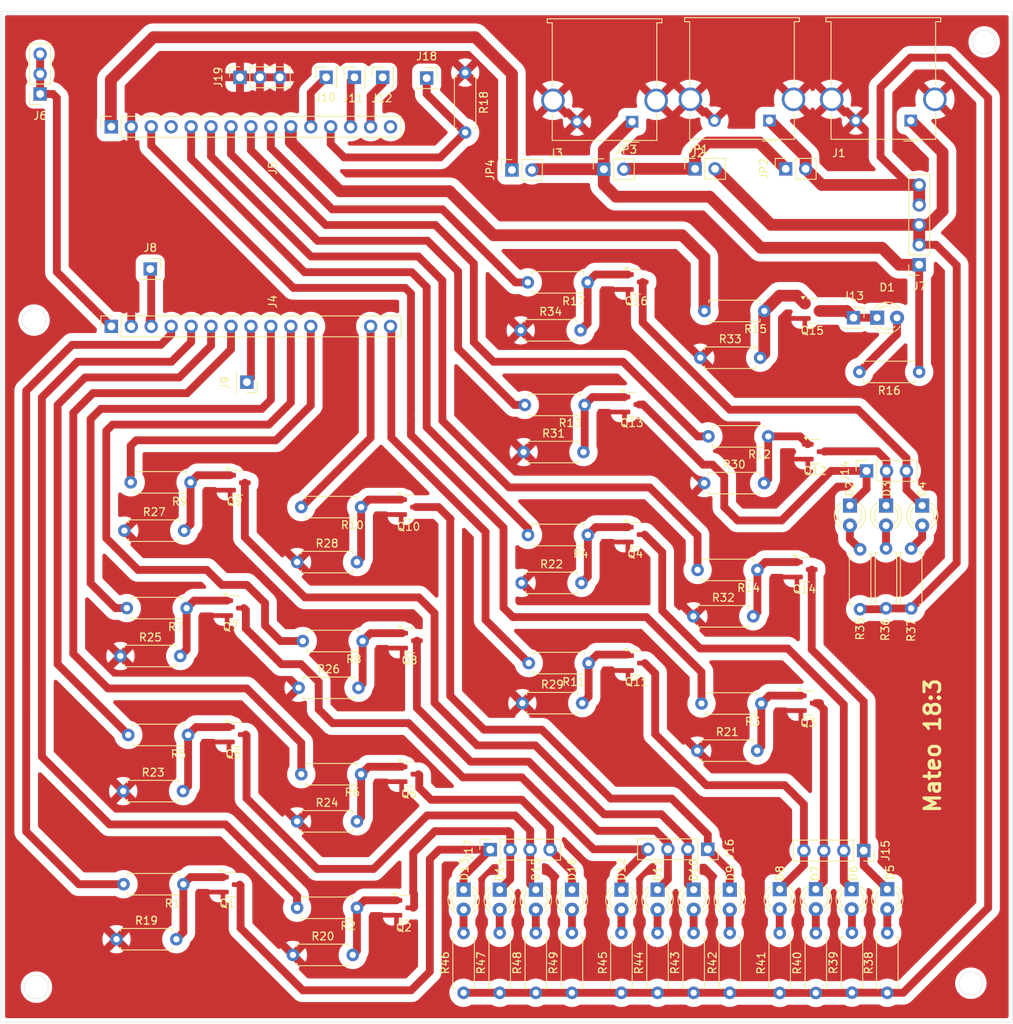
<source format=kicad_pcb>
(kicad_pcb (version 20241229) (generator "pcbnew") (generator_version "9.0")
  (layers (0 "F.Cu" signal) (2 "B.Cu" signal) (13 "F.Paste" user) (15 "B.Paste" user) (5 "F.SilkS" user "F.Silkscreen") (7 "B.SilkS" user "B.Silkscreen") (1 "F.Mask" user) (3 "B.Mask" user) (25 "Edge.Cuts" user))
  (net 0 "")
  (net 1 "GND")
  (net 2 "Net-(J1-VBUS)")
  (net 3 "Net-(J2-VBUS)")
  (net 4 "Net-(J4-Pin_1)")
  (net 5 "Net-(J4-Pin_14)")
  (net 6 "Net-(J4-Pin_11)")
  (net 7 "Net-(J4-Pin_10)")
  (net 8 "Net-(J4-Pin_5)")
  (net 9 "Net-(J4-Pin_4)")
  (net 10 "Net-(J4-Pin_6)")
  (net 11 "Net-(J4-Pin_3)")
  (net 12 "Net-(J4-Pin_15)")
  (net 13 "Net-(J4-Pin_8)")
  (net 14 "Net-(J4-Pin_7)")
  (net 15 "Net-(J4-Pin_9)")
  (net 16 "Net-(J5-Pin_3)")
  (net 17 "Net-(J5-Pin_9)")
  (net 18 "Net-(J10-Pin_1)")
  (net 19 "Net-(J5-Pin_6)")
  (net 20 "Net-(J5-Pin_5)")
  (net 21 "Net-(J12-Pin_1)")
  (net 23 "Net-(J5-Pin_8)")
  (net 24 "Net-(J11-Pin_1)")
  (net 26 "Net-(J5-Pin_10)")
  (net 27 "Net-(J5-Pin_7)")
  (net 28 "Net-(JP1-A)")
  (net 29 "Net-(Q1-G)")
  (net 30 "Net-(Q2-G)")
  (net 31 "Net-(Q3-G)")
  (net 32 "Net-(Q4-G)")
  (net 33 "Net-(Q5-G)")
  (net 34 "Net-(Q6-G)")
  (net 35 "Net-(Q7-G)")
  (net 36 "Net-(Q8-G)")
  (net 37 "Net-(Q9-G)")
  (net 38 "Net-(Q10-G)")
  (net 39 "Net-(Q11-G)")
  (net 40 "Net-(Q12-G)")
  (net 41 "Net-(Q13-G)")
  (net 42 "Net-(Q14-G)")
  (net 43 "Net-(Q15-G)")
  (net 44 "Net-(Q16-G)")
  (net 45 "Net-(J5-Pin_1)")
  (net 46 "Net-(J18-Pin_1)")
  (net 47 "Net-(D1-A)")
  (net 48 "Net-(D1-K)")
  (net 49 "Net-(D2-K)")
  (net 50 "Net-(D2-A)")
  (net 51 "Net-(D3-A)")
  (net 52 "Net-(D3-K)")
  (net 53 "Net-(D4-K)")
  (net 54 "Net-(D4-A)")
  (net 55 "Net-(D5-A)")
  (net 56 "Net-(D5-K)")
  (net 57 "Net-(D6-A)")
  (net 58 "Net-(D6-K)")
  (net 59 "Net-(D7-K)")
  (net 60 "Net-(D7-A)")
  (net 61 "Net-(D8-A)")
  (net 62 "Net-(D8-K)")
  (net 63 "Net-(D9-K)")
  (net 64 "Net-(D9-A)")
  (net 65 "Net-(D10-K)")
  (net 66 "Net-(D10-A)")
  (net 67 "Net-(D11-A)")
  (net 68 "Net-(D11-K)")
  (net 69 "Net-(D12-K)")
  (net 70 "Net-(D12-A)")
  (net 71 "Net-(D13-A)")
  (net 72 "Net-(D13-K)")
  (net 73 "Net-(D14-K)")
  (net 74 "Net-(D14-A)")
  (net 75 "Net-(D15-A)")
  (net 76 "Net-(D15-K)")
  (net 77 "Net-(D16-K)")
  (net 78 "Net-(D16-A)")
  (net 79 "Net-(J3-VBUS)")
  (footprint "Package_TO_SOT_SMD:SOT-23" (layer "F.Cu") (at 256.4775 73.95)
    (property "Reference" "Q12")
    (property "Value" "AO3400A" (hide yes))
  )
  (footprint "Resistor_THT:R_Axial_DIN0207_L6.3mm_D2.5mm_P7.62mm_Horizontal" (layer "F.Cu") (at 168 99.95525)
    (property "Reference" "R25")
    (property "Value" "10K")
  )
  (footprint "Connector_PinSocket_2.54mm:PinSocket_1x01_P2.54mm_Vertical" (layer "F.Cu") (at 184.1 65.1 -90)
    (property "Reference" "J9")
    (property "Value" "~")
  )
  (footprint "Connector_PinSocket_2.54mm:PinSocket_1x15_P2.54mm_Vertical" (layer "F.Cu") (at 166.84 58 90)
    (property "Reference" "J4")
    (property "Value" "Conn_01x15_Pin" (hide yes))
  )
  (footprint "LED_THT:LED_D3.0mm" (layer "F.Cu") (at 220.9 129.7 -90)
    (property "Reference" "D15")
    (property "Value" "LED")
  )
  (footprint "LED_THT:LED_D3.0mm" (layer "F.Cu") (at 216.3 129.7 -90)
    (property "Reference" "D14")
    (property "Value" "LED")
  )
  (footprint "Package_TO_SOT_SMD:SOT-23" (layer "F.Cu") (at 204.755 115)
    (property "Reference" "Q6")
    (property "Value" "AO3400A" (hide yes))
  )
  (footprint "Resistor_THT:R_Axial_DIN0207_L6.3mm_D2.5mm_P7.62mm_Horizontal" (layer "F.Cu") (at 189.9675 138)
    (property "Reference" "R20")
    (property "Value" "10K")
  )
  (footprint "LED_THT:LED_D3.0mm" (layer "F.Cu") (at 261.12 129.64 -90)
    (property "Reference" "D6")
    (property "Value" "LED")
  )
  (footprint "Connector_USB:USB_A_Molex_67643_Horizontal" (layer "F.Cu") (at 250.6525 31.81 180)
    (property "Reference" "J2")
    (property "Value" "USB_A")
  )
  (footprint "Resistor_THT:R_Axial_DIN0207_L6.3mm_D2.5mm_P7.62mm_Horizontal" (layer "F.Cu") (at 220.9 142.82 90)
    (property "Reference" "R48")
    (property "Value" "1K")
  )
  (footprint "Connector_PinSocket_2.54mm:PinSocket_1x05_P2.54mm_Vertical" (layer "F.Cu") (at 269.7225 50.16 180)
    (property "Reference" "J7")
    (property "Value" "OutputVCC")
  )
  (footprint "Connector_PinSocket_2.54mm:PinSocket_1x01_P2.54mm_Vertical" (layer "F.Cu") (at 194.2 26.3 90)
    (property "Reference" "J10")
    (property "Value" "~")
  )
  (footprint "Connector_PinSocket_2.54mm:PinSocket_1x04_P2.54mm_Vertical" (layer "F.Cu") (at 215.1 124.6 90)
    (property "Reference" "J17")
    (property "Value" "SS9-12")
  )
  (footprint "Resistor_THT:R_Axial_DIN0207_L6.3mm_D2.5mm_P7.62mm_Horizontal" (layer "F.Cu") (at 168.81 93.85475)
    (property "Reference" "R7")
    (property "Value" "120R" (hide yes))
  )
  (footprint "Resistor_THT:R_Axial_DIN0207_L6.3mm_D2.5mm_P7.62mm_Horizontal" (layer "F.Cu") (at 219.88 52.39975)
    (property "Reference" "R17")
    (property "Value" "120R" (hide yes))
  )
  (footprint "Resistor_THT:R_Axial_DIN0207_L6.3mm_D2.5mm_P7.62mm_Horizontal" (layer "F.Cu") (at 242 106)
    (property "Reference" "R3")
    (property "Value" "120R" (hide yes))
  )
  (footprint "Resistor_THT:R_Axial_DIN0207_L6.3mm_D2.5mm_P7.62mm_Horizontal" (layer "F.Cu") (at 211.7 142.82 90)
    (property "Reference" "R46")
    (property "Value" "1K")
  )
  (footprint "Connector_PinSocket_2.54mm:PinSocket_1x03_P2.54mm_Vertical" (layer "F.Cu") (at 263.02 76.4 90)
    (property "Reference" "J14")
    (property "Value" "LS1-3")
  )
  (footprint "Resistor_THT:R_Axial_DIN0207_L6.3mm_D2.5mm_P7.62mm_Horizontal" (layer "F.Cu") (at 269.72 63.8 180)
    (property "Reference" "R16")
    (property "Value" "1K")
  )
  (footprint "Resistor_THT:R_Axial_DIN0207_L6.3mm_D2.5mm_P7.62mm_Horizontal" (layer "F.Cu") (at 168.395 129)
    (property "Reference" "R1")
    (property "Value" "120R" (hide yes))
  )
  (footprint "Resistor_THT:R_Axial_DIN0207_L6.3mm_D2.5mm_P7.62mm_Horizontal" (layer "F.Cu") (at 191.0325 81)
    (property "Reference" "R10")
    (property "Value" "120R" (hide yes))
  )
  (footprint "Connector_USB:USB_A_Molex_67643_Horizontal" (layer "F.Cu") (at 233.1525 31.95 180)
    (property "Reference" "J3")
    (property "Value" "USB_A")
  )
  (footprint "LED_THT:LED_D3.0mm" (layer "F.Cu") (at 251.96 129.64 -90)
    (property "Reference" "D8")
    (property "Value" "LED")
  )
  (footprint "Connector_PinSocket_2.54mm:PinSocket_1x02_P2.54mm_Vertical" (layer "F.Cu") (at 252.7225 37.95 90)
    (property "Reference" "JP2")
    (property "Value" "SolderJumper" (hide yes))
  )
  (footprint "Resistor_THT:R_Axial_DIN0207_L6.3mm_D2.5mm_P7.62mm_Horizontal" (layer "F.Cu") (at 167.5 136)
    (property "Reference" "R19")
    (property "Value" "10K")
  )
  (footprint "Resistor_THT:R_Axial_DIN0207_L6.3mm_D2.5mm_P7.62mm_Horizontal" (layer "F.Cu") (at 241.4675 112)
    (property "Reference" "R21")
    (property "Value" "10K")
  )
  (footprint "Resistor_THT:R_Axial_DIN0207_L6.3mm_D2.5mm_P7.62mm_Horizontal" (layer "F.Cu") (at 242.88 72)
    (property "Reference" "R12")
    (property "Value" "120R" (hide yes))
  )
  (footprint "Resistor_THT:R_Axial_DIN0207_L6.3mm_D2.5mm_P7.62mm_Horizontal" (layer "F.Cu") (at 265.5 93.88 90)
    (property "Reference" "R36")
    (property "Value" "1K")
  )
  (footprint "Package_TO_SOT_SMD:SOT-23" (layer "F.Cu") (at 233.135 67.95)
    (property "Reference" "Q13")
    (property "Value" "AO3400A" (hide yes))
  )
  (footprint "Connector_PinSocket_2.54mm:PinSocket_1x02_P2.54mm_Vertical" (layer "F.Cu") (at 241.1825 37.95 90)
    (property "Reference" "JP1")
    (property "Value" "SolderJumper" (hide yes))
  )
  (footprint "Resistor_THT:R_Axial_DIN0207_L6.3mm_D2.5mm_P7.62mm_Horizontal" (layer "F.Cu") (at 241.5 89)
    (property "Reference" "R14")
    (property "Value" "120R" (hide yes))
  )
  (footprint "Connector_PinSocket_2.54mm:PinSocket_1x04_P2.54mm_Vertical" (layer "F.Cu") (at 262.66 124.72 -90)
    (property "Reference" "J15")
    (property "Value" "SS1-4")
  )
  (footprint "Package_TO_SOT_SMD:SOT-23" (layer "F.Cu") (at 182.5325 93.85475)
    (property "Reference" "Q7")
    (property "Value" "AO3400A" (hide yes))
  )
  (footprint "LED_THT:LED_D3.0mm" (layer "F.Cu") (at 241 129.7 -90)
    (property "Reference" "D10")
    (property "Value" "LED")
  )
  (footprint "Connector_PinSocket_2.54mm:PinSocket_1x02_P2.54mm_Vertical" (layer "F.Cu") (at 217.86 38.1 90)
    (property "Reference" "JP4")
    (property "Value" "SolderJumper")
  )
  (footprint "Resistor_THT:R_Axial_DIN0207_L6.3mm_D2.5mm_P7.62mm_Horizontal" (layer "F.Cu") (at 219.0925 90.6505)
    (property "Reference" "R22")
    (property "Value" "10K")
  )
  (footprint "Resistor_THT:R_Axial_DIN0207_L6.3mm_D2.5mm_P7.62mm_Horizontal" (layer "F.Cu") (at 220 100.85475)
    (property "Reference" "R11")
    (property "Value" "120R" (hide yes))
  )
  (footprint "Resistor_THT:R_Axial_DIN0207_L6.3mm_D2.5mm_P7.62mm_Horizontal" (layer "F.Cu") (at 190.5 88)
    (property "Reference" "R28")
    (property "Value" "10K")
  )
  (footprint "Package_TO_SOT_SMD:SOT-23" (layer "F.Cu") (at 256.1025 56.04125)
    (property "Reference" "Q15")
    (property "Value" "AO3400A" (hide yes))
  )
  (footprint "Resistor_THT:R_Axial_DIN0207_L6.3mm_D2.5mm_P7.62mm_Horizontal" (layer "F.Cu") (at 190.5 132)
    (property "Reference" "R2")
    (property "Value" "120R" (hide yes))
  )
  (footprint "Connector_PinSocket_2.54mm:PinSocket_1x15_P2.54mm_Vertical" (layer "F.Cu") (at 166.84 32.6 90)
    (property "Reference" "J5")
    (property "Value" "Conn_01x15_Pin" (hide yes))
  )
  (footprint "Connector_USB:USB_A_Molex_67643_Horizontal" (layer "F.Cu") (at 268.6525 31.81 180)
    (property "Reference" "J1")
    (property "Value" "USB_A")
  )
  (footprint "LED_THT:LED_D3.0mm" (layer "F.Cu") (at 260.9 80.8 -90)
    (property "Reference" "D2")
    (property "Value" "LED")
  )
  (footprint "LED_THT:LED_D3.0mm" (layer "F.Cu") (at 231.8 129.7 -90)
    (property "Reference" "D12")
    (property "Value" "LED")
  )
  (footprint "Resistor_THT:R_Axial_DIN0207_L6.3mm_D2.5mm_P7.62mm_Horizontal" (layer "F.Cu") (at 268.7 93.9 90)
    (property "Reference" "R37")
    (property "Value" "1K")
  )
  (footprint "Resistor_THT:R_Axial_DIN0207_L6.3mm_D2.5mm_P7.62mm_Horizontal" (layer "F.Cu") (at 242.38 56.04125)
    (property "Reference" "R15")
    (property "Value" "120R" (hide yes))
  )
  (footprint "Resistor_THT:R_Axial_DIN0207_L6.3mm_D2.5mm_P7.62mm_Horizontal" (layer "F.Cu") (at 256.56 142.84 90)
    (property "Reference" "R40")
    (property "Value" "1K")
  )
  (footprint "Resistor_THT:R_Axial_DIN0207_L6.3mm_D2.5mm_P7.62mm_Horizontal" (layer "F.Cu") (at 219.9025 84.55)
    (property "Reference" "R4")
    (property "Value" "120R" (hide yes))
  )
  (footprint "LED_THT:LED_D3.0mm" (layer "F.Cu") (at 265.66 129.64 -90)
    (property "Reference" "D5")
    (property "Value" "LED")
  )
  (footprint "Resistor_THT:R_Axial_DIN0207_L6.3mm_D2.5mm_P7.62mm_Horizontal" (layer "F.Cu") (at 169.31 77.8495)
    (property "Reference" "R9")
    (property "Value" "120R" (hide yes))
  )
  (footprint "Connector_PinSocket_2.54mm:PinSocket_1x01_P2.54mm_Vertical" (layer "F.Cu") (at 207 26.4)
    (property "Reference" "J18")
    (property "Value" "LightSensor")
  )
  (footprint "Package_TO_SOT_SMD:SOT-23" (layer "F.Cu") (at 233.5775 52.34975)
    (property "Reference" "Q16")
    (property "Value" "AO3400A" (hide yes))
  )
  (footprint "Resistor_THT:R_Axial_DIN0207_L6.3mm_D2.5mm_P7.62mm_Horizontal" (layer "F.Cu") (at 190.69 104)
    (property "Reference" "R26")
    (property "Value" "10K")
  )
  (footprint "Package_TO_SOT_SMD:SOT-23" (layer "F.Cu") (at 182.9075 77.8995)
    (property "Reference" "Q9")
    (property "Value" "AO3400A" (hide yes))
  )
  (footprint "LED_THT:LED_D3.0mm" (layer "F.Cu") (at 256.56 129.64 -90)
    (property "Reference" "D7")
    (property "Value" "LED")
  )
  (footprint "Resistor_THT:R_Axial_DIN0207_L6.3mm_D2.5mm_P7.62mm_Horizontal" (layer "F.Cu") (at 241 142.82 90)
    (property "Reference" "R43")
    (property "Value" "1K")
  )
  (footprint "Resistor_THT:R_Axial_DIN0207_L6.3mm_D2.5mm_P7.62mm_Horizontal" (layer "F.Cu") (at 240.9675 94.8995)
    (property "Reference" "R32")
    (property "Value" "10K")
  )
  (footprint "Resistor_THT:R_Axial_DIN0207_L6.3mm_D2.5mm_P7.62mm_Horizontal" (layer "F.Cu") (at 261.16 142.8 90)
    (property "Reference" "R39")
    (property "Value" "1K")
  )
  (footprint "Resistor_THT:R_Axial_DIN0207_L6.3mm_D2.5mm_P7.62mm_Horizontal" (layer "F.Cu") (at 262.2 94 90)
    (property "Reference" "R35")
    (property "Value" "1K")
  )
  (footprint "Connector_PinSocket_2.54mm:PinSocket_1x03_P2.54mm_Vertical" (layer "F.Cu") (at 157.775 28.425 180)
    (property "Reference" "J6")
    (property "Value" "Out3V3")
  )
  (footprint "Resistor_THT:R_Axial_DIN0207_L6.3mm_D2.5mm_P7.62mm_Horizontal" (layer "F.Cu") (at 265.66 142.82 90)
    (property "Reference" "R38")
    (property "Value" "1K")
  )
  (footprint "Resistor_THT:R_Axial_DIN0207_L6.3mm_D2.5mm_P7.62mm_Horizontal" (layer "F.Cu") (at 168.5 84)
    (property "Reference" "R27")
    (property "Value" "10K")
  )
  (footprint "Resistor_THT:R_Axial_DIN0207_L6.3mm_D2.5mm_P7.62mm_Horizontal" (layer "F.Cu") (at 242.3475 77.95)
    (property "Reference" "R30")
    (property "Value" "10K")
  )
  (footprint "Package_TO_SOT_SMD:SOT-23" (layer "F.Cu") (at 255.0975 88.95)
    (property "Reference" "Q14")
    (property "Value" "AO3400A" (hide yes))
  )
  (footprint "Package_TO_SOT_SMD:SOT-23" (layer "F.Cu") (at 204.0975 132)
    (property "Reference" "Q2")
    (property "Value" "AO3400A" (hide yes))
  )
  (footprint "Resistor_THT:R_Axial_DIN0207_L6.3mm_D2.5mm_P7.62mm_Horizontal" (layer "F.Cu") (at 191.0325 115)
    (property "Reference" "R6")
    (property "Value" "120R" (hide yes))
  )
  (footprint "Resistor_THT:R_Axial_DIN0207_L6.3mm_D2.5mm_P7.62mm_Horizontal" (layer "F.Cu") (at 245.6 142.82 90)
    (property "Reference" "R42")
    (property "Value" "1K")
  )
  (footprint "Resistor_THT:R_Axial_DIN0207_L6.3mm_D2.5mm_P7.62mm_Horizontal" (layer "F.Cu") (at 241.8475 61.99125)
    (property "Reference" "R33")
    (property "Value" "10K")
  )
  (footprint "Connector_PinSocket_2.54mm:PinSocket_1x01_P2.54mm_Vertical" (layer "F.Cu") (at 197.8 26.3 90)
    (property "Reference" "J11")
    (property "Value" "~")
  )
  (footprint "LED_THT:LED_D3.0mm" (layer "F.Cu") (at 236.4 129.7 -90)
    (property "Reference" "D11")
    (property "Value" "LED")
  )
  (footprint "LED_THT:LED_D3.0mm" (layer "F.Cu") (at 265.5 80.8 -90)
    (property "Reference" "D3")
    (property "Value" "LED")
  )
  (footprint "Package_TO_SOT_SMD:SOT-23" (layer "F.Cu") (at 233.5625 84.5)
    (property "Reference" "Q4")
    (property "Value" "AO3400A" (hide yes))
  )
  (footprint "Resistor_THT:R_Axial_DIN0207_L6.3mm_D2.5mm_P7.62mm_Horizontal" (layer "F.Cu") (at 216.3 142.82 90)
    (property "Reference" "R47")
    (property "Value" "1K")
  )
  (footprint "LED_THT:LED_D3.0mm" (layer "F.Cu") (at 270.1 80.8 -90)
    (property "Reference" "D4")
    (property "Value" "LED")
  )
  (footprint "Connector_PinSocket_2.54mm:PinSocket_1x03_P2.54mm_Vertical" (layer "F.Cu") (at 183.22 26.3 90)
    (property "Reference" "J19")
    (property "Value" "OutGND")
  )
  (footprint "LED_THT:LED_D3.0mm" (layer "F.Cu") (at 225.5 129.7 -90)
    (property "Reference" "D16")
    (property "Value" "LED")
  )
  (footprint "Connector_PinSocket_2.54mm:PinSocket_1x01_P2.54mm_Vertical" (layer "F.Cu") (at 171.8 50.7)
    (property "Reference" "J8")
    (property "Value" "~")
  )
  (footprint "Package_TO_SOT_SMD:SOT-23" (layer "F.Cu") (at 181.9925 129.05)
    (property "Reference" "Q1")
    (property "Value" "AO3400A" (hide yes))
  )
  (footprint "Resistor_THT:R_Axial_DIN0207_L6.3mm_D2.5mm_P7.62mm_Horizontal" (layer "F.Cu") (at 168.3525 117.1505)
    (property "Reference" "R23")
    (property "Value" "10K")
  )
  (footprint "Connector_PinSocket_2.54mm:PinSocket_1x01_P2.54mm_Vertical" (layer "F.Cu") (at 201.4 26.3 90)
    (property "Reference" "J12")
    (property "Value" "~")
  )
  (footprint "Package_TO_SOT_SMD:SOT-23" (layer "F.Cu") (at 233.5975 100.85475)
    (property "Reference" "Q11")
    (property "Value" "AO3400A" (hide yes))
  )
  (footprint "Resistor_THT:R_Axial_DIN0207_L6.3mm_D2.5mm_P7.62mm_Horizontal" (layer "F.Cu") (at 190.5 121)
    (property "Reference" "R24")
    (property "Value" "10K")
  )
  (footprint "Connector_PinSocket_2.54mm:PinSocket_1x02_P2.54mm_Vertical" (layer "F.Cu") (at 229.56 38 90)
    (property "Reference" "JP3")
    (property "Value" "SolderJumper" (hide yes))
  )
  (footprint "Resistor_THT:R_Axial_DIN0207_L6.3mm_D2.5mm_P7.62mm_Horizontal" (layer "F.Cu") (at 219.5 68)
    (property "Reference" "R13")
    (property "Value" "120R" (hide yes))
  )
  (footprint "Resistor_THT:R_Axial_DIN0207_L6.3mm_D2.5mm_P7.62mm_Horizontal" (layer "F.Cu") (at 219.19 105.95525)
    (property "Reference" "R29")
    (property "Value" "10K")
  )
  (footprint "LED_THT:LED_D3.0mm" (layer "F.Cu") (at 211.7 129.7 -90)
    (property "Reference" "D13")
    (property "Value" "LED")
  )
  (footprint "Package_TO_SOT_SMD:SOT-23" (layer "F.Cu") (at 255.5975 105.95)
    (property "Reference" "Q3")
    (property "Value" "AO3400A" (hide yes))
  )
  (footprint "Resistor_THT:R_Axial_DIN0207_L6.3mm_D2.5mm_P7.62mm_Horizontal" (layer "F.Cu") (at 251.96 142.84 90)
    (property "Reference" "R41")
    (property "Value" "1K")
  )
  (footprint "Resistor_THT:R_Axial_DIN0207_L6.3mm_D2.5mm_P7.62mm_Horizontal" (layer "F.Cu") (at 211.9 25.7 -90)
    (property "Reference" "R18")
    (property "Value" "120R")
  )
  (footprint "Resistor_THT:R_Axial_DIN0207_L6.3mm_D2.5mm_P7.62mm_Horizontal" (layer "F.Cu") (at 191.2225 98.05)
    (property "Reference" "R8")
    (property "Value" "120R" (hide yes))
  )
  (footprint "Connector_PinSocket_2.54mm:PinSocket_1x01_P2.54mm_Vertical" (layer "F.Cu") (at 261.36 56.9)
    (property "Reference" "J13")
    (property "Value" "Moon")
  )
  (footprint "Package_TO_SOT_SMD:SOT-23" (layer "F.Cu") (at 182.76 109.95)
    (property "Reference" "Q5")
    (property "Value" "AO3400A" (hide yes))
  )
  (footprint "Resistor_THT:R_Axial_DIN0207_L6.3mm_D2.5mm_P7.62mm_Horizontal" (layer "F.Cu") (at 236.4 142.82 90)
    (property "Reference" "R44")
    (property "Value" "1K")
  )
  (footprint "LED_THT:LED_D3.0mm" (layer "F.Cu") (at 245.6 129.7 -90)
    (property "Reference" "D9")
    (property "Value" "LED")
  )
  (footprint "Resistor_THT:R_Axial_DIN0207_L6.3mm_D2.5mm_P7.62mm_Horizontal" (layer "F.Cu") (at 219.3475 74)
    (property "Reference" "R31")
    (property "Value" "10K")
  )
  (footprint "Package_TO_SOT_SMD:SOT-23" (layer "F.Cu") (at 204.6925 81)
    (property "Reference" "Q10")
    (property "Value" "AO3400A" (hide yes))
  )
  (footprint "Resistor_THT:R_Axial_DIN0207_L6.3mm_D2.5mm_P7.62mm_Horizontal" (layer "F.Cu") (at 218.98 58.50025)
    (property "Reference" "R34")
    (property "Value" "10K")
  )
  (footprint "LED_THT:LED_D3.0mm" (layer "F.Cu") (at 264.36 56.9)
    (property "Reference" "D1")
    (property "Value" "LED")
  )
  (footprint "Resistor_THT:R_Axial_DIN0207_L6.3mm_D2.5mm_P7.62mm_Horizontal" (layer "F.Cu") (at 231.8 142.82 90)
    (property "Reference" "R45")
    (property "Value" "1K")
  )
  (footprint "Package_TO_SOT_SMD:SOT-23" (layer "F.Cu") (at 204.82 98)
    (property "Reference" "Q8")
    (property "Value" "AO3400A" (hide yes))
  )
  (footprint "Resistor_THT:R_Axial_DIN0207_L6.3mm_D2.5mm_P7.62mm_Horizontal" (layer "F.Cu") (at 225.5 142.82 90)
    (property "Reference" "R49")
    (property "Value" "1K")
  )
  (footprint "Connector_PinSocket_2.54mm:PinSocket_1x04_P2.54mm_Vertical" (layer "F.Cu") (at 242.8 124.55 -90)
    (property "Reference" "J16")
    (property "Value" "SS5-8")
  )
  (footprint "Resistor_THT:R_Axial_DIN0207_L6.3mm_D2.5mm_P7.62mm_Horizontal" (layer "F.Cu") (at 169 110)
    (property "Reference" "R5")
    (property "Value" "120R" (hide yes))
  )
  (gr_circle (center 157 57.2) (end 158.2 58.1) (stroke (width 0.05)) (fill no) (layer "Edge.Cuts"))
  (gr_circle (center 157.3 142.1) (end 158.5 143) (stroke (width 0.05)) (fill no) (layer "Edge.Cuts"))
  (gr_circle (center 278 21.8) (end 279.2 22.7) (stroke (width 0.05)) (fill no) (layer "Edge.Cuts"))
  (gr_rect (start 152.809499 17.9) (end 281.609499 146.549) (stroke (width 0.05)) (fill no) (layer "Edge.Cuts"))
  (gr_circle (center 276.3 141.6) (end 277.5 142.5) (stroke (width 0.05)) (fill no) (layer "Edge.Cuts"))
  (gr_text "Mateo 18:3" (at 272.6 120.1 90) (layer "F.SilkS") (effects (font (size 2 2) (thickness 0.4) (bold yes)) (justify left bottom)))
  (segment (start 262.2 94) (end 265.38 94) (width 1) (layer "F.Cu") (net 2))
  (segment (start 243.7225 37.95) (end 249.88625 44.11375) (width 1.5) (layer "F.Cu") (net 2))
  (segment (start 268.6525 31.81) (end 272.7 35.8575) (width 1.5) (layer "F.Cu") (net 2))
  (segment (start 274.5 50.2355) (end 274.5 88.1) (width 1) (layer "F.Cu") (net 2))
  (segment (start 272.7 43.304581) (end 270.924581 45.08) (width 1.5) (layer "F.Cu") (net 2))
  (segment (start 268.7 93.9) (end 265.52 93.9) (width 1) (layer "F.Cu") (net 2))
  (segment (start 265.38 94) (end 265.5 93.88) (width 1) (layer "F.Cu") (net 2))
  (segment (start 270.924581 45.08) (end 269.7225 45.08) (width 1.5) (layer "F.Cu") (net 2))
  (segment (start 268.7 93.9) (end 274.5 88.1) (width 1) (layer "F.Cu") (net 2))
  (segment (start 265.52 93.9) (end 265.5 93.88) (width 1) (layer "F.Cu") (net 2))
  (segment (start 250.8525 45.08) (end 269.7225 45.08) (width 1.5) (layer "F.Cu") (net 2))
  (segment (start 271.8845 47.62) (end 269.7225 47.62) (width 1) (layer "F.Cu") (net 2))
  (segment (start 269.7225 45.08) (end 269.7225 47.62) (width 1.5) (layer "F.Cu") (net 2))
  (segment (start 274.5 50.2355) (end 271.8845 47.62) (width 1) (layer "F.Cu") (net 2))
  (segment (start 249.88625 44.11375) (end 250.8525 45.08) (width 1.5) (layer "F.Cu") (net 2))
  (segment (start 272.7 35.8575) (end 272.7 43.304581) (width 1.5) (layer "F.Cu") (net 2))
  (segment (start 220.9 142.82) (end 216.3 142.82) (width 1) (layer "F.Cu") (net 3))
  (segment (start 278.5 132) (end 267.68 142.82) (width 1) (layer "F.Cu") (net 3))
  (segment (start 256.56 142.84) (end 261.12 142.84) (width 1) (layer "F.Cu") (net 3))
  (segment (start 261.12 142.84) (end 261.16 142.8) (width 1) (layer "F.Cu") (net 3))
  (segment (start 261.16 142.8) (end 265.64 142.8) (width 1) (layer "F.Cu") (net 3))
  (segment (start 225.5 142.82) (end 220.9 142.82) (width 1) (layer "F.Cu") (net 3))
  (segment (start 231.8 142.82) (end 225.5 142.82) (width 1) (layer "F.Cu") (net 3))
  (segment (start 257.3125 40) (end 268.4 40) (width 1.5) (layer "F.Cu") (net 3))
  (segment (start 255.2625 36.42) (end 250.6525 31.81) (width 1.5) (layer "F.Cu") (net 3))
  (segment (start 273.4 23.8) (end 278.5 28.9) (width 1) (layer "F.Cu") (net 3))
  (segment (start 216.3 142.82) (end 211.7 142.82) (width 1) (layer "F.Cu") (net 3))
  (segment (start 251.96 142.84) (end 256.56 142.84) (width 1) (layer "F.Cu") (net 3))
  (segment (start 278.5 28.9) (end 278.5 132) (width 1) (layer "F.Cu") (net 3))
  (segment (start 255.2625 37.95) (end 257.3125 40) (width 1.5) (layer "F.Cu") (net 3))
  (segment (start 245.6 142.82) (end 241 142.82) (width 1) (layer "F.Cu") (net 3))
  (segment (start 267.68 142.82) (end 265.66 142.82) (width 1) (layer "F.Cu") (net 3))
  (segment (start 245.62 142.84) (end 245.6 142.82) (width 1) (layer "F.Cu") (net 3))
  (segment (start 269.7225 40) (end 269.7225 42.54) (width 1.5) (layer "F.Cu") (net 3))
  (segment (start 264.8 36.4) (end 264.8 27.6) (width 1) (layer "F.Cu") (net 3))
  (segment (start 268.6 23.8) (end 273.4 23.8) (width 1) (layer "F.Cu") (net 3))
  (segment (start 268.4 40) (end 269.7225 40) (width 1.5) (layer "F.Cu") (net 3))
  (segment (start 268.4 40) (end 264.8 36.4) (width 1) (layer "F.Cu") (net 3))
  (segment (start 251.96 142.84) (end 245.62 142.84) (width 1) (layer "F.Cu") (net 3))
  (segment (start 265.64 142.8) (end 265.66 142.82) (width 1) (layer "F.Cu") (net 3))
  (segment (start 241 142.82) (end 236.4 142.82) (width 1) (layer "F.Cu") (net 3))
  (segment (start 236.4 142.82) (end 231.8 142.82) (width 1) (layer "F.Cu") (net 3))
  (segment (start 255.2625 37.95) (end 255.2625 36.42) (width 1.5) (layer "F.Cu") (net 3))
  (segment (start 264.8 27.6) (end 268.6 23.8) (width 1) (layer "F.Cu") (net 3))
  (segment (start 157.775 28.425) (end 159.405 28.425) (width 1) (layer "F.Cu") (net 4))
  (segment (start 157.775 28.425) (end 157.775 25.885) (width 1) (layer "F.Cu") (net 4))
  (segment (start 157.775 25.885) (end 157.775 23.345) (width 1) (layer "F.Cu") (net 4))
  (segment (start 159.405 28.425) (end 159.9 28.92) (width 1) (layer "F.Cu") (net 4))
  (segment (start 159.9 28.92) (end 159.9 51.06) (width 1) (layer "F.Cu") (net 4))
  (segment (start 159.9 51.06) (end 166.84 58) (width 1) (layer "F.Cu") (net 4))
  (segment (start 199.86 72.1725) (end 191.0325 81) (width 1) (layer "F.Cu") (net 5))
  (segment (start 199.86 72.1725) (end 199.86 58) (width 1) (layer "F.Cu") (net 5))
  (segment (start 169.31 73.19) (end 170 72.5) (width 1) (layer "F.Cu") (net 6))
  (segment (start 192.24 68.06) (end 192.24 58) (width 1) (layer "F.Cu") (net 6))
  (segment (start 170 72.5) (end 187.8 72.5) (width 1) (layer "F.Cu") (net 6))
  (segment (start 187.8 72.5) (end 192.24 68.06) (width 1) (layer "F.Cu") (net 6))
  (segment (start 169.31 77.8495) (end 169.31 73.19) (width 1) (layer "F.Cu") (net 6))
  (segment (start 180.90375 90.90375) (end 179 89) (width 1) (layer "F.Cu") (net 7))
  (segment (start 191.2225 98.05) (end 188.379842 98.05) (width 1) (layer "F.Cu") (net 7))
  (segment (start 170.245894 89) (end 166.199 84.953106) (width 1) (layer "F.Cu") (net 7))
  (segment (start 186.9 70.5) (end 189.7 67.7) (width 1) (layer "F.Cu") (net 7))
  (segment (start 166.199 84.953106) (end 166.199 71.301) (width 1) (layer "F.Cu") (net 7))
  (segment (start 189.7 67.7) (end 189.7 58) (width 1) (layer "F.Cu") (net 7))
  (segment (start 166.199 71.301) (end 167 70.5) (width 1) (layer "F.Cu") (net 7))
  (segment (start 186.414921 93.223147) (end 184.095524 90.90375) (width 1) (layer "F.Cu") (net 7))
  (segment (start 188.379842 98.05) (end 186.414921 96.085079) (width 1) (layer "F.Cu") (net 7))
  (segment (start 179 89) (end 170.245894 89) (width 1) (layer "F.Cu") (net 7))
  (segment (start 167 70.5) (end 186.9 70.5) (width 1) (layer "F.Cu") (net 7))
  (segment (start 184.095524 90.90375) (end 180.90375 90.90375) (width 1) (layer "F.Cu") (net 7))
  (segment (start 186.414921 96.085079) (end 186.414921 93.223147) (width 1) (layer "F.Cu") (net 7))
  (segment (start 177 60) (end 174.5 62.5) (width 1) (layer "F.Cu") (net 8))
  (segment (start 157.998 67.033842) (end 157.998 112.773158) (width 1) (layer "F.Cu") (net 8))
  (segment (start 181.387579 121.387579) (end 190.5 130.5) (width 1) (layer "F.Cu") (net 8))
  (segment (start 190.5 130.5) (end 190.5 132) (width 1) (layer "F.Cu") (net 8))
  (segment (start 162.531842 62.5) (end 157.998 67.033842) (width 1) (layer "F.Cu") (net 8))
  (segment (start 174.5 62.5) (end 162.531842 62.5) (width 1) (layer "F.Cu") (net 8))
  (segment (start 166.612421 121.387579) (end 181.387579 121.387579) (width 1) (layer "F.Cu") (net 8))
  (segment (start 157.998 112.773158) (end 166.612421 121.387579) (width 1) (layer "F.Cu") (net 8))
  (segment (start 177 58) (end 177 60) (width 1) (layer "F.Cu") (net 8))
  (segment (start 155.997 107.1) (end 155.997 103.5) (width 1) (layer "F.Cu") (net 9))
  (segment (start 174.46 58) (end 174.46 59.04) (width 1) (layer "F.Cu") (net 9))
  (segment (start 155.997 107.1) (end 155.997 122.297) (width 1) (layer "F.Cu") (net 9))
  (segment (start 155.997 70.853792) (end 155.997 66.205) (width 1) (layer "F.Cu") (net 9))
  (segment (start 155.997 102.6) (end 155.997 103.5) (width 1) (layer "F.Cu") (net 9))
  (segment (start 155.997 101) (end 155.997 102.6) (width 1) (layer "F.Cu") (net 9))
  (segment (start 155.997 122.297) (end 162.7 129) (width 1) (layer "F.Cu") (net 9))
  (segment (start 162.7 129) (end 168.395 129) (width 1) (layer "F.Cu") (net 9))
  (segment (start 174.46 59.04) (end 173.149 60.351) (width 1) (layer "F.Cu") (net 9))
  (segment (start 155.997 101) (end 155.997 106.3) (width 1) (layer "F.Cu") (net 9))
  (segment (start 155.997 102.6) (end 155.997 106.3) (width 1) (layer "F.Cu") (net 9))
  (segment (start 155.997 70.853792) (end 155.997 101) (width 1) (layer "F.Cu") (net 9))
  (segment (start 155.997 66.205) (end 161.851 60.351) (width 1) (layer "F.Cu") (net 9))
  (segment (start 173.149 60.351) (end 161.851 60.351) (width 1) (layer "F.Cu") (net 9))
  (segment (start 155.997 106.3) (end 155.997 107.1) (width 1) (layer "F.Cu") (net 9))
  (segment (start 175.5 64.5) (end 163.5 64.5) (width 1) (layer "F.Cu") (net 10))
  (segment (start 159.999 100.999) (end 169 110) (width 1) (layer "F.Cu") (net 10))
  (segment (start 163.5 64.5) (end 159.999 68.001) (width 1) (layer "F.Cu") (net 10))
  (segment (start 179.54 58) (end 179.54 60.46) (width 1) (layer "F.Cu") (net 10))
  (segment (start 179.54 60.46) (end 175.5 64.5) (width 1) (layer "F.Cu") (net 10))
  (segment (start 159.999 68.001) (end 159.999 100.999) (width 1) (layer "F.Cu") (net 10))
  (segment (start 171.731 57.026183) (end 171.731 58) (width 1) (layer "F.Cu") (net 11))
  (segment (start 171.92 58) (end 171.92 50.82) (width 1) (layer "F.Cu") (net 11))
  (segment (start 171.731 58) (end 171.92 58) (width 1) (layer "F.Cu") (net 11))
  (segment (start 171.92 50.82) (end 171.8 50.7) (width 1) (layer "F.Cu") (net 11))
  (segment (start 214.5 84.159684) (end 202.5 72.159684) (width 1) (layer "F.Cu") (net 12))
  (segment (start 214.5 95.35475) (end 214.5 84.159684) (width 1) (layer "F.Cu") (net 12))
  (segment (start 220 100.85475) (end 214.5 95.35475) (width 1) (layer "F.Cu") (net 12))
  (segment (start 202.5 72.159684) (end 202.5 58.1) (width 1) (layer "F.Cu") (net 12))
  (segment (start 202.5 58.1) (end 202.4 58) (width 1) (layer "F.Cu") (net 12))
  (segment (start 184.62 58) (end 184.62 64.58) (width 1) (layer "F.Cu") (net 13))
  (segment (start 184.62 64.58) (end 184.1 65.1) (width 1) (layer "F.Cu") (net 13))
  (segment (start 191.0325 111.0325) (end 191.0325 115) (width 1) (layer "F.Cu") (net 14))
  (segment (start 166.414921 104.085079) (end 184.085079 104.085079) (width 1) (layer "F.Cu") (net 14))
  (segment (start 162 69) (end 162 99.670158) (width 1) (layer "F.Cu") (net 14))
  (segment (start 182.08 60.92) (end 176.5 66.5) (width 1) (layer "F.Cu") (net 14))
  (segment (start 162 99.670158) (end 166.414921 104.085079) (width 1) (layer "F.Cu") (net 14))
  (segment (start 164.5 66.5) (end 162 69) (width 1) (layer "F.Cu") (net 14))
  (segment (start 184.085079 104.085079) (end 191.0325 111.0325) (width 1) (layer "F.Cu") (net 14))
  (segment (start 182.08 58) (end 182.08 60.92) (width 1) (layer "F.Cu") (net 14))
  (segment (start 176.5 66.5) (end 164.5 66.5) (width 1) (layer "F.Cu") (net 14))
  (segment (start 164.198 90.698) (end 167.35475 93.85475) (width 1) (layer "F.Cu") (net 15))
  (segment (start 186 68.5) (end 165.5 68.5) (width 1) (layer "F.Cu") (net 15))
  (segment (start 164.198 69.802) (end 164.198 90.698) (width 1) (layer "F.Cu") (net 15))
  (segment (start 167.35475 93.85475) (end 168.81 93.85475) (width 1) (layer "F.Cu") (net 15))
  (segment (start 187.16 58) (end 187.16 67.34) (width 1) (layer "F.Cu") (net 15))
  (segment (start 187.16 67.34) (end 186 68.5) (width 1) (layer "F.Cu") (net 15))
  (segment (start 165.5 68.5) (end 164.198 69.802) (width 1) (layer "F.Cu") (net 15))
  (segment (start 205 68.56629) (end 205 69.901606) (width 1) (layer "F.Cu") (net 16))
  (segment (start 242 102) (end 242 106) (width 1) (layer "F.Cu") (net 16))
  (segment (start 171.92 35) (end 190.027 53.107) (width 1) (layer "F.Cu") (net 16))
  (segment (start 217.975092 95) (end 234.984053 95) (width 1) (layer "F.Cu") (net 16))
  (segment (start 204.999 71.828842) (end 216.7915 83.621342) (width 1) (layer "F.Cu") (net 16))
  (segment (start 241.001 101.001) (end 242 102) (width 1) (layer "F.Cu") (net 16))
  (segment (start 204.999 53.828842) (end 204.999 68.565289) (width 1) (layer "F.Cu") (net 16))
  (segment (start 205 69.901606) (end 204.999 69.902606) (width 1) (layer "F.Cu") (net 16))
  (segment (start 216.7915 83.621342) (end 216.7915 93.816408) (width 1) (layer "F.Cu") (net 16))
  (segment (start 234.984053 95) (end 240.985053 101.001) (width 1) (layer "F.Cu") (net 16))
  (segment (start 204.999 68.565289) (end 205 68.56629) (width 1) (layer "F.Cu") (net 16))
  (segment (start 190.027 53.107) (end 204.277158 53.107) (width 1) (layer "F.Cu") (net 16))
  (segment (start 171.92 32.6) (end 171.92 35) (width 1) (layer "F.Cu") (net 16))
  (segment (start 204.277158 53.107) (end 204.999 53.828842) (width 1) (layer "F.Cu") (net 16))
  (segment (start 216.7915 93.816408) (end 217.975092 95) (width 1) (layer "F.Cu") (net 16))
  (segment (start 240.985053 101.001) (end 241.001 101.001) (width 1) (layer "F.Cu") (net 16))
  (segment (start 204.999 69.902606) (end 204.999 71.828842) (width 1) (layer "F.Cu") (net 16))
  (segment (start 187.16 35.289841) (end 194.972159 43.102) (width 1) (layer "F.Cu") (net 17))
  (segment (start 209.002 43.102) (end 218.29975 52.39975) (width 1) (layer "F.Cu") (net 17))
  (segment (start 218.29975 52.39975) (end 219.88 52.39975) (width 1) (layer "F.Cu") (net 17))
  (segment (start 194.972159 43.102) (end 209.002 43.102) (width 1) (layer "F.Cu") (net 17))
  (segment (start 187.16 32.6) (end 187.16 35.289841) (width 1) (layer "F.Cu") (net 17))
  (segment (start 192.24 28.26) (end 194.2 26.3) (width 1) (layer "F.Cu") (net 18))
  (segment (start 192.24 32.6) (end 192.24 28.26) (width 1) (layer "F.Cu") (net 18))
  (segment (start 209.001 52.171158) (end 209.001 70.001) (width 1) (layer "F.Cu") (net 19))
  (segment (start 179.54 36.369842) (end 192.275158 49.105) (width 1) (layer "F.Cu") (net 19))
  (segment (start 205.934842 49.105) (end 209.001 52.171158) (width 1) (layer "F.Cu") (net 19))
  (segment (start 192.275158 49.105) (end 205.934842 49.105) (width 1) (layer "F.Cu") (net 19))
  (segment (start 217.5 78.5) (end 235.4 78.5) (width 1) (layer "F.Cu") (net 19))
  (segment (start 179.54 32.6) (end 179.54 36.369842) (width 1) (layer "F.Cu") (net 19))
  (segment (start 241.5 84.6) (end 241.5 89) (width 1) (layer "F.Cu") (net 19))
  (segment (start 209.001 70.001) (end 217.5 78.5) (width 1) (layer "F.Cu") (net 19))
  (segment (start 235.4 78.5) (end 241.5 84.6) (width 1) (layer "F.Cu") (net 19))
  (segment (start 207 53) (end 207 70.829841) (width 1) (layer "F.Cu") (net 20))
  (segment (start 205.106 51.106) (end 207 53) (width 1) (layer "F.Cu") (net 20))
  (segment (start 191.446316 51.106) (end 205.106 51.106) (width 1) (layer "F.Cu") (net 20))
  (segment (start 207 70.829841) (end 219.9025 83.732341) (width 1) (layer "F.Cu") (net 20))
  (segment (start 177 32.6) (end 177 36.659684) (width 1) (layer "F.Cu") (net 20))
  (segment (start 219.9025 83.732341) (end 219.9025 84.55) (width 1) (layer "F.Cu") (net 20))
  (segment (start 177 36.659684) (end 191.446316 51.106) (width 1) (layer "F.Cu") (net 20))
  (segment (start 199.86 32.6) (end 199.86 28.651) (width 1) (layer "F.Cu") (net 21))
  (segment (start 199.86 28.651) (end 201.4 27.111) (width 1) (layer "F.Cu") (net 21))
  (segment (start 201.4 27.111) (end 201.4 26.3) (width 1) (layer "F.Cu") (net 21))
  (segment (start 213 50) (end 208.103 45.103) (width 1) (layer "F.Cu") (net 23))
  (segment (start 213 50.170158) (end 213 50) (width 1) (layer "F.Cu") (net 23))
  (segment (start 194.143317 45.103) (end 184.62 35.579683) (width 1) (layer "F.Cu") (net 23))
  (segment (start 232 62.5) (end 241.5 72) (width 1) (layer "F.Cu") (net 23))
  (segment (start 213.001 50.511474) (end 213.001 50.171159) (width 1) (layer "F.Cu") (net 23))
  (segment (start 215.5 62.5) (end 213.003 60.003) (width 1) (layer "F.Cu") (net 23))
  (segment (start 213.003 50.513475) (end 213.001 50.511474) (width 1) (layer "F.Cu") (net 23))
  (segment (start 208.103 45.103) (end 194.143317 45.103) (width 1) (layer "F.Cu") (net 23))
  (segment (start 241.5 72) (end 242.88 72) (width 1) (layer "F.Cu") (net 23))
  (segment (start 213.003 60.003) (end 213.003 50.513475) (width 1) (layer "F.Cu") (net 23))
  (segment (start 232 62.5) (end 215.5 62.5) (width 1) (layer "F.Cu") (net 23))
  (segment (start 213.001 50.171159) (end 213 50.170158) (width 1) (layer "F.Cu") (net 23))
  (segment (start 184.62 35.579683) (end 184.62 32.6) (width 1) (layer "F.Cu") (net 23))
  (segment (start 197.32 26.78) (end 197.8 26.3) (width 1) (layer "F.Cu") (net 24))
  (segment (start 197.32 32.6) (end 197.32 26.78) (width 1) (layer "F.Cu") (net 24))
  (segment (start 195.943935 40.8) (end 209.9 40.8) (width 1.5) (layer "F.Cu") (net 26))
  (segment (start 189.7 32.6) (end 189.7 34.556065) (width 1.5) (layer "F.Cu") (net 26))
  (segment (start 242.38 49.244568) (end 242.38 56.04125) (width 1.5) (layer "F.Cu") (net 26))
  (segment (start 215.5 46.4) (end 239.535432 46.4) (width 1.5) (layer "F.Cu") (net 26))
  (segment (start 189.7 34.556065) (end 195.943935 40.8) (width 1.5) (layer "F.Cu") (net 26))
  (segment (start 209.9 40.8) (end 215.5 46.4) (width 1.5) (layer "F.Cu") (net 26))
  (segment (start 242.38 56.04125) (end 242.04125 56.04125) (width 1) (layer "F.Cu") (net 26))
  (segment (start 239.535432 46.4) (end 242.38 49.244568) (width 1.5) (layer "F.Cu") (net 26))
  (segment (start 211.002 51.342316) (end 211 51.340317) (width 1) (layer "F.Cu") (net 27))
  (segment (start 211.002 59.5) (end 211.002 51.342316) (width 1) (layer "F.Cu") (net 27))
  (segment (start 207.104 47.104) (end 193.104 47.104) (width 1) (layer "F.Cu") (net 27))
  (segment (start 193.104 47.104) (end 182.08 36.08) (width 1) (layer "F.Cu") (net 27))
  (segment (start 218.170159 68) (end 211.002 60.831841) (width 1) (layer "F.Cu") (net 27))
  (segment (start 211 51) (end 207.104 47.104) (width 1) (layer "F.Cu") (net 27))
  (segment (start 219.5 68) (end 218.170159 68) (width 1) (layer "F.Cu") (net 27))
  (segment (start 211 51.340317) (end 211 51) (width 1) (layer "F.Cu") (net 27))
  (segment (start 182.08 36.08) (end 182.08 32.6) (width 1) (layer "F.Cu") (net 27))
  (segment (start 211.002 60.831841) (end 211.002 59.5) (width 1) (layer "F.Cu") (net 27))
  (segment (start 242.752497 34.6) (end 249.3725 34.6) (width 1.5) (layer "F.Cu") (net 28))
  (segment (start 232.15 37.95) (end 232.1 38) (width 1.5) (layer "F.Cu") (net 28))
  (segment (start 249.3725 34.6) (end 252.7225 37.95) (width 1.5) (layer "F.Cu") (net 28))
  (segment (start 241.1825 36.169997) (end 242.752497 34.6) (width 1.5) (layer "F.Cu") (net 28))
  (segment (start 241.1825 37.95) (end 232.15 37.95) (width 1.5) (layer "F.Cu") (net 28))
  (segment (start 241.1825 37.95) (end 241.1825 36.169997) (width 1.5) (layer "F.Cu") (net 28))
  (segment (start 176.015 129) (end 176.015 135.105) (width 1) (layer "F.Cu") (net 29))
  (segment (start 176.915 128.1) (end 176.015 129) (width 1) (layer "F.Cu") (net 29))
  (segment (start 181.055 128.1) (end 176.915 128.1) (width 1) (layer "F.Cu") (net 29))
  (segment (start 176.015 135.105) (end 175.12 136) (width 1) (layer "F.Cu") (net 29))
  (segment (start 198.12 137.4675) (end 197.5875 138) (width 1) (layer "F.Cu") (net 30))
  (segment (start 198.12 132) (end 198.12 137.4675) (width 1) (layer "F.Cu") (net 30))
  (segment (start 203.16 131.05) (end 199.07 131.05) (width 1) (layer "F.Cu") (net 30))
  (segment (start 199.07 131.05) (end 198.12 132) (width 1) (layer "F.Cu") (net 30))
  (segment (start 249.62 111.4675) (end 249.0875 112) (width 1) (layer "F.Cu") (net 31))
  (segment (start 249.62 106) (end 250.62 105) (width 1) (layer "F.Cu") (net 31))
  (segment (start 250.62 105) (end 254.66 105) (width 1) (layer "F.Cu") (net 31))
  (segment (start 249.62 106) (end 249.62 111.4675) (width 1) (layer "F.Cu") (net 31))
  (segment (start 228.5225 83.55) (end 232.625 83.55) (width 1) (layer "F.Cu") (net 32))
  (segment (start 227.5225 84.55) (end 228.5225 83.55) (width 1) (layer "F.Cu") (net 32))
  (segment (start 227.5225 89.8405) (end 226.7125 90.6505) (width 1) (layer "F.Cu") (net 32))
  (segment (start 227.5225 84.55) (end 227.5225 89.8405) (width 1) (layer "F.Cu") (net 32))
  (segment (start 177.62 109) (end 176.62 110) (width 1) (layer "F.Cu") (net 33))
  (segment (start 176.62 110) (end 176.62 116.503) (width 1) (layer "F.Cu") (net 33))
  (segment (start 181.8225 109) (end 177.62 109) (width 1) (layer "F.Cu") (net 33))
  (segment (start 176.62 116.503) (end 175.9725 117.1505) (width 1) (layer "F.Cu") (net 33))
  (segment (start 198.6525 115) (end 198.6525 120.4675) (width 1) (layer "F.Cu") (net 34))
  (segment (start 199.6025 114.05) (end 198.6525 115) (width 1) (layer "F.Cu") (net 34))
  (segment (start 203.8175 114.05) (end 199.6025 114.05) (width 1) (layer "F.Cu") (net 34))
  (segment (start 198.6525 120.4675) (end 198.12 121) (width 1) (layer "F.Cu") (net 34))
  (segment (start 177.38 92.90475) (end 176.43 93.85475) (width 1) (layer "F.Cu") (net 35))
  (segment (start 181.595 92.90475) (end 177.38 92.90475) (width 1) (layer "F.Cu") (net 35))
  (segment (start 176.43 99.14525) (end 175.62 99.95525) (width 1) (layer "F.Cu") (net 35))
  (segment (start 176.43 93.85475) (end 176.43 99.14525) (width 1) (layer "F.Cu") (net 35))
  (segment (start 198.8425 98.05) (end 198.8425 103.4675) (width 1) (layer "F.Cu") (net 36))
  (segment (start 198.8425 103.4675) (end 198.31 104) (width 1) (layer "F.Cu") (net 36))
  (segment (start 203.8825 97.05) (end 199.8425 97.05) (width 1) (layer "F.Cu") (net 36))
  (segment (start 199.8425 97.05) (end 198.8425 98.05) (width 1) (layer "F.Cu") (net 36))
  (segment (start 176.93 83.19) (end 176.12 84) (width 1) (layer "F.Cu") (net 37))
  (segment (start 177.83 76.9495) (end 176.93 77.8495) (width 1) (layer "F.Cu") (net 37))
  (segment (start 176.93 77.8495) (end 176.93 83.19) (width 1) (layer "F.Cu") (net 37))
  (segment (start 181.97 76.9495) (end 177.83 76.9495) (width 1) (layer "F.Cu") (net 37))
  (segment (start 198.6525 87.4675) (end 198.12 88) (width 1) (layer "F.Cu") (net 38))
  (segment (start 198.6525 81) (end 198.6525 87.4675) (width 1) (layer "F.Cu") (net 38))
  (segment (start 203.755 80.05) (end 199.6025 80.05) (width 1) (layer "F.Cu") (net 38))
  (segment (start 199.6025 80.05) (end 198.6525 81) (width 1) (layer "F.Cu") (net 38))
  (segment (start 228.695762 99.778988) (end 232.534238 99.778988) (width 1) (layer "F.Cu") (net 39))
  (segment (start 227.62 100.85475) (end 228.695762 99.778988) (width 1) (layer "F.Cu") (net 39))
  (segment (start 227.62 105.14525) (end 226.81 105.95525) (width 1) (layer "F.Cu") (net 39))
  (segment (start 227.62 100.85475) (end 227.62 105.14525) (width 1) (layer "F.Cu") (net 39))
  (segment (start 250.5 77.4175) (end 249.9675 77.95) (width 1) (layer "F.Cu") (net 40))
  (segment (start 250.5 72) (end 254.54 72) (width 1) (layer "F.Cu") (net 40))
  (segment (start 254.54 72) (end 255.54 73) (width 1) (layer "F.Cu") (net 40))
  (segment (start 250.5 72) (end 250.5 77.4175) (width 1) (layer "F.Cu") (net 40))
  (segment (start 227.12 73.8475) (end 226.9675 74) (width 1) (layer "F.Cu") (net 41))
  (segment (start 227.12 68) (end 228.12 67) (width 1) (layer "F.Cu") (net 41))
  (segment (start 228.12 67) (end 232.1975 67) (width 1) (layer "F.Cu") (net 41))
  (segment (start 227.12 68) (end 227.12 73.8475) (width 1) (layer "F.Cu") (net 41))
  (segment (start 249.12 89) (end 250.12 88) (width 1) (layer "F.Cu") (net 42))
  (segment (start 249.12 94.367) (end 248.5875 94.8995) (width 1) (layer "F.Cu") (net 42))
  (segment (start 249.12 89) (end 249.12 94.367) (width 1) (layer "F.Cu") (net 42))
  (segment (start 250.12 88) (end 254.16 88) (width 1) (layer "F.Cu") (net 42))
  (segment (start 254.17375 54.1) (end 255.165 55.09125) (width 1.5) (layer "F.Cu") (net 43))
  (segment (start 250 61.45875) (end 249.4675 61.99125) (width 1.5) (layer "F.Cu") (net 43))
  (segment (start 251.94125 54.1) (end 254.17375 54.1) (width 1.5) (layer "F.Cu") (net 43))
  (segment (start 250 56.04125) (end 250 61.45875) (width 1.5) (layer "F.Cu") (net 43))
  (segment (start 250 56.04125) (end 251.94125 54.1) (width 1.5) (layer "F.Cu") (net 43))
  (segment (start 227.5 52.39975) (end 228.5 51.39975) (width 1) (layer "F.Cu") (net 44))
  (segment (start 227.5 57.60025) (end 226.6 58.50025) (width 1) (layer "F.Cu") (net 44))
  (segment (start 228.5 51.39975) (end 232.64 51.39975) (width 1) (layer "F.Cu") (net 44))
  (segment (start 227.5 52.39975) (end 227.5 57.60025) (width 1) (layer "F.Cu") (net 44))
  (segment (start 217.86 25.86) (end 213.2 21.2) (width 1.5) (layer "F.Cu") (net 45))
  (segment (start 166.779 26.621) (end 166.779 32.6) (width 1.5) (layer "F.Cu") (net 45))
  (segment (start 172.2 21.2) (end 166.779 26.621) (width 1.5) (layer "F.Cu") (net 45))
  (segment (start 217.86 25.86) (end 217.86 38.1) (width 1.5) (layer "F.Cu") (net 45))
  (segment (start 213.2 21.2) (end 172.2 21.2) (width 1.5) (layer "F.Cu") (net 45))
  (segment (start 194.78 34.78) (end 194.78 32.6) (width 1) (layer "F.Cu") (net 46))
  (segment (start 196.5 36.5) (end 194.78 34.78) (width 1) (layer "F.Cu") (net 46))
  (segment (start 207 28.42) (end 211.9 33.32) (width 1) (layer "F.Cu") (net 46))
  (segment (start 207 26.4) (end 207 28.42) (width 1) (layer "F.Cu") (net 46))
  (segment (start 211.9 33.32) (end 208.72 36.5) (width 1) (layer "F.Cu") (net 46))
  (segment (start 208.72 36.5) (end 196.5 36.5) (width 1) (layer "F.Cu") (net 46))
  (segment (start 266.9 59) (end 266.9 56.9) (width 1) (layer "F.Cu") (net 47))
  (segment (start 262.1 63.8) (end 266.9 59) (width 1) (layer "F.Cu") (net 47))
  (segment (start 264.36 56.9) (end 261.36 56.9) (width 1) (layer "F.Cu") (net 48))
  (segment (start 257.04 56.04125) (end 260.50125 56.04125) (width 1.5) (layer "F.Cu") (net 48))
  (segment (start 260.50125 56.04125) (end 261.36 56.9) (width 1.5) (layer "F.Cu") (net 48))
  (segment (start 246.6 82.7) (end 244.9 81) (width 1) (layer "F.Cu") (net 49))
  (segment (start 243.4 75.6) (end 242.2 75.6) (width 1) (layer "F.Cu") (net 49))
  (segment (start 263.02 78.68) (end 260.9 80.8) (width 1) (layer "F.Cu") (net 49))
  (segment (start 263.02 76.4) (end 263.02 78.68) (width 1) (layer "F.Cu") (net 49))
  (segment (start 258.5 76.4) (end 252.2 82.7) (width 1) (layer "F.Cu") (net 49))
  (segment (start 252.2 82.7) (end 246.6 82.7) (width 1) (layer "F.Cu") (net 49))
  (segment (start 244.9 77.1) (end 243.4 75.6) (width 1) (layer "F.Cu") (net 49))
  (segment (start 263.02 76.4) (end 258.5 76.4) (width 1) (layer "F.Cu") (net 49))
  (segment (start 244.9 81) (end 244.9 77.1) (width 1) (layer "F.Cu") (net 49))
  (segment (start 234.55 67.95) (end 234.0725 67.95) (width 1) (layer "F.Cu") (net 49))
  (segment (start 242.2 75.6) (end 234.55 67.95) (width 1) (layer "F.Cu") (net 49))
  (segment (start 260.9 83.34) (end 260.9 85.08) (width 1) (layer "F.Cu") (net 50))
  (segment (start 260.9 85.08) (end 262.2 86.38) (width 1) (layer "F.Cu") (net 50))
  (segment (start 265.5 83.34) (end 265.5 86.26) (width 1) (layer "F.Cu") (net 51))
  (segment (start 257.716524 73.9) (end 257.666524 73.95) (width 1) (layer "F.Cu") (net 52))
  (segment (start 265.56 80.74) (end 265.5 80.8) (width 1) (layer "F.Cu") (net 52))
  (segment (start 265.56 76.4) (end 265.56 75.06) (width 1) (layer "F.Cu") (net 52))
  (segment (start 265.56 75.06) (end 264.4 73.9) (width 1) (layer "F.Cu") (net 52))
  (segment (start 265.56 76.4) (end 265.56 80.74) (width 1) (layer "F.Cu") (net 52))
  (segment (start 264.4 73.9) (end 257.716524 73.9) (width 1) (layer "F.Cu") (net 52))
  (segment (start 268.1 76.4) (end 268.1 78.8) (width 1) (layer "F.Cu") (net 53))
  (segment (start 234.515 57.515) (end 245.6 68.6) (width 1) (layer "F.Cu") (net 53))
  (segment (start 261.929841 68.6) (end 245.6 68.6) (width 1) (layer "F.Cu") (net 53))
  (segment (start 268.1 76.4) (end 268.1 74.770159) (width 1) (layer "F.Cu") (net 53))
  (segment (start 268.1 78.8) (end 270.1 80.8) (width 1) (layer "F.Cu") (net 53))
  (segment (start 234.515 52.34975) (end 234.515 57.515) (width 1) (layer "F.Cu") (net 53))
  (segment (start 268.1 74.770159) (end 261.929841 68.6) (width 1) (layer "F.Cu") (net 53))
  (segment (start 270.1 84.88) (end 268.7 86.28) (width 1) (layer "F.Cu") (net 54))
  (segment (start 270.1 83.34) (end 270.1 84.88) (width 1) (layer "F.Cu") (net 54))
  (segment (start 265.66 135.2) (end 265.66 132.18) (width 1) (layer "F.Cu") (net 55))
  (segment (start 262.66 105.76) (end 261.1 104.2) (width 1) (layer "F.Cu") (net 56))
  (segment (start 262.66 124.72) (end 262.66 105.76) (width 1) (layer "F.Cu") (net 56))
  (segment (start 256.035 99.135) (end 261.1 104.2) (width 1) (layer "F.Cu") (net 56))
  (segment (start 262.66 126.64) (end 265.66 129.64) (width 1) (layer "F.Cu") (net 56))
  (segment (start 256.035 88.95) (end 256.035 99.135) (width 1) (layer "F.Cu") (net 56))
  (segment (start 263.062 124.318) (end 262.66 124.72) (width 1) (layer "F.Cu") (net 56))
  (segment (start 262.66 124.72) (end 262.66 126.64) (width 1) (layer "F.Cu") (net 56))
  (segment (start 261.16 135.18) (end 261.16 132.22) (width 1) (layer "F.Cu") (net 57))
  (segment (start 261.16 132.22) (end 261.12 132.18) (width 1) (layer "F.Cu") (net 57))
  (segment (start 260.12 124.72) (end 260.12 106.140158) (width 1) (layer "F.Cu") (net 58))
  (segment (start 261.12 129.64) (end 260.12 128.64) (width 1) (layer "F.Cu") (net 58))
  (segment (start 260.12 106.140158) (end 258.989921 105.010079) (width 1) (layer "F.Cu") (net 58))
  (segment (start 234.751524 84.5) (end 237 86.748476) (width 1) (layer "F.Cu") (net 58))
  (segment (start 237 86.748476) (end 237 94.186106) (width 1) (layer "F.Cu") (net 58))
  (segment (start 260.12 128.64) (end 260.12 124.72) (width 1) (layer "F.Cu") (net 58))
  (segment (start 241.813894 99) (end 252.979842 99) (width 1) (layer "F.Cu") (net 58))
  (segment (start 252.979842 99) (end 258.989921 105.010079) (width 1) (layer "F.Cu") (net 58))
  (segment (start 237 94.186106) (end 241.813894 99) (width 1) (layer "F.Cu") (net 58))
  (segment (start 256.56 129.64) (end 257.58 128.62) (width 1) (layer "F.Cu") (net 59))
  (segment (start 257.58 106.743476) (end 256.786524 105.95) (width 1) (layer "F.Cu") (net 59))
  (segment (start 257.58 128.62) (end 257.58 124.72) (width 1) (layer "F.Cu") (net 59))
  (segment (start 257.58 124.72) (end 257.58 106.743476) (width 1) (layer "F.Cu") (net 59))
  (segment (start 257.1 105.95) (end 256.535 105.95) (width 1) (layer "F.Cu") (net 59))
  (segment (start 256.56 135.22) (end 256.56 132.18) (width 1) (layer "F.Cu") (net 60))
  (segment (start 251.96 135.22) (end 251.96 132.18) (width 1) (layer "F.Cu") (net 61))
  (segment (start 236.1 102.168226) (end 236.1 109.886606) (width 1) (layer "F.Cu") (net 62))
  (segment (start 255.04 126.56) (end 251.96 129.64) (width 1) (layer "F.Cu") (net 62))
  (segment (start 255.04 124.72) (end 255.04 126.56) (width 1) (layer "F.Cu") (net 62))
  (segment (start 255.04 118.84) (end 252.6 116.4) (width 1) (layer "F.Cu") (net 62))
  (segment (start 242.613394 116.4) (end 252.6 116.4) (width 1) (layer "F.Cu") (net 62))
  (segment (start 236.1 109.886606) (end 242.613394 116.4) (width 1) (layer "F.Cu") (net 62))
  (segment (start 255.04 124.72) (end 255.04 118.84) (width 1) (layer "F.Cu") (net 62))
  (segment (start 234.786524 100.85475) (end 236.1 102.168226) (width 1) (layer "F.Cu") (net 62))
  (segment (start 242.8 122.7) (end 238.2 118.1) (width 1) (layer "F.Cu") (net 63))
  (segment (start 230.429842 118.1) (end 238.2 118.1) (width 1) (layer "F.Cu") (net 63))
  (segment (start 245.6 127.35) (end 242.8 124.55) (width 1) (layer "F.Cu") (net 63))
  (segment (start 245.6 129.7) (end 245.6 127.35) (width 1) (layer "F.Cu") (net 63))
  (segment (start 208.5 81) (end 205.63 81) (width 1) (layer "F.Cu") (net 63))
  (segment (start 242.8 124.55) (end 242.8 122.7) (width 1) (layer "F.Cu") (net 63))
  (segment (start 210.05 82.55) (end 208.5 81) (width 1) (layer "F.Cu") (net 63))
  (segment (start 210.001 105.035079) (end 210.001 82.501) (width 1) (layer "F.Cu") (net 63))
  (segment (start 230.429842 118.1) (end 221.663921 109.334079) (width 1) (layer "F.Cu") (net 63))
  (segment (start 214.3 109.334079) (end 210.001 105.035079) (width 1) (layer "F.Cu") (net 63))
  (segment (start 221.663921 109.334079) (end 214.3 109.334079) (width 1) (layer "F.Cu") (net 63))
  (segment (start 245.6 132.24) (end 245.6 135.2) (width 1) (layer "F.Cu") (net 64))
  (segment (start 208 94.5) (end 208 105.9) (width 1) (layer "F.Cu") (net 65))
  (segment (start 213.435079 111.335079) (end 220.835079 111.335079) (width 1) (layer "F.Cu") (net 65))
  (segment (start 229.6 120.1) (end 236.884658 120.1) (width 1) (layer "F.Cu") (net 65))
  (segment (start 206 92.5) (end 208 94.5) (width 1) (layer "F.Cu") (net 65))
  (segment (start 236.884658 120.1) (end 240.26 123.475342) (width 1) (layer "F.Cu") (net 65))
  (segment (start 208 105.9) (end 213.435079 111.335079) (width 1) (layer "F.Cu") (net 65))
  (segment (start 220.835079 111.335079) (end 229.6 120.1) (width 1) (layer "F.Cu") (net 65))
  (segment (start 183.845 84.845) (end 191.5 92.5) (width 1) (layer "F.Cu") (net 65))
  (segment (start 241 129.7) (end 240.26 128.96) (width 1) (layer "F.Cu") (net 65))
  (segment (start 240.26 128.96) (end 240.26 124.55) (width 1) (layer "F.Cu") (net 65))
  (segment (start 183.845 77.8995) (end 183.845 84.845) (width 1) (layer "F.Cu") (net 65))
  (segment (start 240.26 123.475342) (end 240.26 124.55) (width 1) (layer "F.Cu") (net 65))
  (segment (start 191.5 92.5) (end 206 92.5) (width 1) (layer "F.Cu") (net 65))
  (segment (start 241 132.24) (end 241 135.2) (width 1) (layer "F.Cu") (net 66))
  (segment (start 236.4 132.24) (end 236.4 135.2) (width 1) (layer "F.Cu") (net 67))
  (segment (start 237.72 123.765183) (end 237.72 124.55) (width 1) (layer "F.Cu") (net 68))
  (segment (start 237.72 128.38) (end 237.72 124.55) (width 1) (layer "F.Cu") (net 68))
  (segment (start 236.4 129.7) (end 237.72 128.38) (width 1) (layer "F.Cu") (net 68))
  (segment (start 236.153817 122.199) (end 237.72 123.765183) (width 1) (layer "F.Cu") (net 68))
  (segment (start 220 113.4) (end 228.799 122.199) (width 1) (layer "F.Cu") (net 68))
  (segment (start 212.6 113.4) (end 220 113.4) (width 1) (layer "F.Cu") (net 68))
  (segment (start 228.799 122.199) (end 236.153817 122.199) (width 1) (layer "F.Cu") (net 68))
  (segment (start 205.7575 98) (end 205.7575 106.5575) (width 1) (layer "F.Cu") (net 68))
  (segment (start 205.7575 106.5575) (end 212.6 113.4) (width 1) (layer "F.Cu") (net 68))
  (segment (start 183.97 94.103226) (end 183.721524 93.85475) (width 1) (layer "F.Cu") (net 69))
  (segment (start 204.7 108.5) (end 211.6 115.4) (width 1) (layer "F.Cu") (net 69))
  (segment (start 183.97 96.47) (end 188.5 101) (width 1) (layer "F.Cu") (net 69))
  (segment (start 191 101) (end 193.25 103.25) (width 1) (layer "F.Cu") (net 69))
  (segment (start 235.18 124.55) (end 228.25 124.55) (width 1) (layer "F.Cu") (net 69))
  (segment (start 211.6 115.4) (end 219.1 115.4) (width 1) (layer "F.Cu") (net 69))
  (segment (start 188.5 101) (end 191 101) (width 1) (layer "F.Cu") (net 69))
  (segment (start 183.97 96.47) (end 183.97 94.103226) (width 1) (layer "F.Cu") (net 69))
  (segment (start 193.25 106.75) (end 195 108.5) (width 1) (layer "F.Cu") (net 69))
  (segment (start 231.8 127.93) (end 235.18 124.55) (width 1) (layer "F.Cu") (net 69))
  (segment (start 193.25 103.25) (end 193.25 106.75) (width 1) (layer "F.Cu") (net 69))
  (segment (start 195 108.5) (end 204.7 108.5) (width 1) (layer "F.Cu") (net 69))
  (segment (start 219.1 115.4) (end 228.25 124.55) (width 1) (layer "F.Cu") (net 69))
  (segment (start 231.8 129.7) (end 231.8 127.93) (width 1) (layer "F.Cu") (net 69))
  (segment (start 231.8 132.24) (end 231.8 135.2) (width 1) (layer "F.Cu") (net 70))
  (segment (start 211.7 132.24) (end 211.7 135.2) (width 1) (layer "F.Cu") (net 71))
  (segment (start 211.7 129.7) (end 211.7 128) (width 1) (layer "F.Cu") (net 72))
  (segment (start 208.6 124.6) (end 207.4 125.8) (width 1) (layer "F.Cu") (net 72))
  (segment (start 183.3 134.586606) (end 191.213394 142.5) (width 1) (layer "F.Cu") (net 72))
  (segment (start 211.7 128) (end 215.1 124.6) (width 1) (layer "F.Cu") (net 72))
  (segment (start 183.3 129.168476) (end 183.3 134.586606) (width 1) (layer "F.Cu") (net 72))
  (segment (start 215.1 124.6) (end 208.6 124.6) (width 1) (layer "F.Cu") (net 72))
  (segment (start 207.4 125.8) (end 207.4 140.12) (width 1) (layer "F.Cu") (net 72))
  (segment (start 205.02 142.5) (end 191.213394 142.5) (width 1) (layer "F.Cu") (net 72))
  (segment (start 207.4 140.12) (end 205.02 142.5) (width 1) (layer "F.Cu") (net 72))
  (segment (start 183.3 129.168476) (end 183.181524 129.05) (width 1) (layer "F.Cu") (net 72))
  (segment (start 217.64 124.6) (end 217.64 122.438) (width 1) (layer "F.Cu") (net 73))
  (segment (start 205.286524 130.1) (end 205.3985 130.211976) (width 1) (layer "F.Cu") (net 73))
  (segment (start 205.3985 131.888024) (end 205.286524 132) (width 1) (layer "F.Cu") (net 73))
  (segment (start 216.3 129.7) (end 217.64 128.36) (width 1) (layer "F.Cu") (net 73))
  (segment (start 205.3985 130.211976) (end 205.3985 131.888024) (width 1) (layer "F.Cu") (net 73))
  (segment (start 205.286524 125.013476) (end 205.286524 130.1) (width 1) (layer "F.Cu") (net 73))
  (segment (start 217.64 128.36) (end 217.64 124.6) (width 1) (layer "F.Cu") (net 73))
  (segment (start 217.451 122.249) (end 208.051 122.249) (width 1) (layer "F.Cu") (net 73))
  (segment (start 208.051 122.249) (end 205.286524 125.013476) (width 1) (layer "F.Cu") (net 73))
  (segment (start 217.64 122.438) (end 217.451 122.249) (width 1) (layer "F.Cu") (net 73))
  (segment (start 216.3 132.24) (end 216.3 135.2) (width 1) (layer "F.Cu") (net 74))
  (segment (start 220.9 132.24) (end 220.9 135.2) (width 1) (layer "F.Cu") (net 75))
  (segment (start 220.18 128.98) (end 220.18 124.6) (width 1) (layer "F.Cu") (net 76))
  (segment (start 220.9 129.7) (end 220.18 128.98) (width 1) (layer "F.Cu") (net 76))
  (segment (start 200.248207 127.051793) (end 207.052 120.248) (width 1) (layer "F.Cu") (net 76))
  (segment (start 184.061 110.061976) (end 184.061 118.061) (width 1) (layer "F.Cu") (net 76))
  (segment (start 220.18 122.148158) (end 220.18 124.6) (width 1) (layer "F.Cu") (net 76))
  (segment (start 184.061 118.061) (end 193.051793 127.051793) (width 1) (layer "F.Cu") (net 76))
  (segment (start 193.051793 127.051793) (end 200.248207 127.051793) (width 1) (layer "F.Cu") (net 76))
  (segment (start 218.279841 120.248) (end 220.18 122.148158) (width 1) (layer "F.Cu") (net 76))
  (segment (start 183.949024 109.95) (end 184.061 110.061976) (width 1) (layer "F.Cu") (net 76))
  (segment (start 207.052 120.248) (end 218.279841 120.248) (width 1) (layer "F.Cu") (net 76))
  (segment (start 225.5 129.7) (end 225.5 127.38) (width 1) (layer "F.Cu") (net 77))
  (segment (start 222.72 124.6) (end 222.72 121.858317) (width 1) (layer "F.Cu") (net 77))
  (segment (start 207.547 118.247) (end 206.056 116.756) (width 1) (layer "F.Cu") (net 77))
  (segment (start 206.056 116.756) (end 206.056 115.111976) (width 1) (layer "F.Cu") (net 77))
  (segment (start 225.5 127.38) (end 222.72 124.6) (width 1) (layer "F.Cu") (net 77))
  (segment (start 219.108682 118.247) (end 207.547 118.247) (width 1) (layer "F.Cu") (net 77))
  (segment (start 222.72 121.858317) (end 219.108682 118.247) (width 1) (layer "F.Cu") (net 77))
  (segment (start 206.056 115.111976) (end 205.944024 115) (width 1) (layer "F.Cu") (net 77))
  (segment (start 225.5 132.24) (end 225.5 135.2) (width 1) (layer "F.Cu") (net 78))
  (segment (start 269.7225 50.16) (end 269.7225 63.7975) (width 1) (layer "F.Cu") (net 79))
  (segment (start 267.16 50.16) (end 269.7225 50.16) (width 1.5) (layer "F.Cu") (net 79))
  (segment (start 269.7225 50.8225) (end 269.72 50.825) (width 1) (layer "F.Cu") (net 79))
  (segment (start 243.05 41.5) (end 231.1 41.5) (width 1.5) (layer "F.Cu") (net 79))
  (segment (start 249.55 48) (end 243.05 41.5) (width 1.5) (layer "F.Cu") (net 79))
  (segment (start 229.56 35.5425) (end 229.56 38) (width 1.5) (layer "F.Cu") (net 79))
  (segment (start 269.72 50.1625) (end 269.7225 50.16) (width 1) (layer "F.Cu") (net 79))
  (segment (start 231.1 41.5) (end 229.56 39.96) (width 1.5) (layer "F.Cu") (net 79))
  (segment (start 229.56 39.96) (end 229.56 38) (width 1.5) (layer "F.Cu") (net 79))
  (segment (start 233.1525 31.95) (end 229.56 35.5425) (width 1.5) (layer "F.Cu") (net 79))
  (segment (start 269.7225 63.7975) (end 269.72 63.8) (width 1) (layer "F.Cu") (net 79))
  (segment (start 269.7225 50.16) (end 269.7225 50.8225) (width 1) (layer "F.Cu") (net 79))
  (segment (start 265 48) (end 249.55 48) (width 1.5) (layer "F.Cu") (net 79))
  (segment (start 265 48) (end 267.16 50.16) (width 1.5) (layer "F.Cu") (net 79))
  (segment (start 229.56 38) (end 220.5 38) (width 1.5) (layer "F.Cu") (net 79))
  (segment (start 220.5 38) (end 220.4 38.1) (width 1.5) (layer "F.Cu") (net 79))
  (zone (net 1) (net_name "GND") (layer "F.Cu") (connect_pads (clearance 1)) (min_thickness 0.5) (fill yes (thermal_gap 1) (thermal_bridge_width 1))
    (polygon (pts (xy 152.912021 17.9) (xy 281.682145 17.9) (xy 281.432309 146.769) (xy 152.662185 146.769)))
  )
)
</source>
